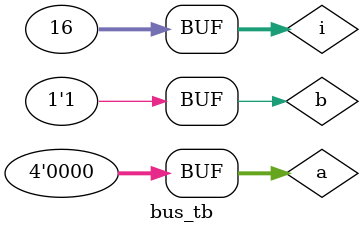
<source format=v>
module bus_tb();
  reg[3:0] a = 0;
  reg b;
  wire[3:0] z;
  bus uut(.a(a),.b(b), .z(z));
  integer i;
  initial begin
	  b = 0;
	  for(i = 0; i < 16; i = i + 1)begin
		  #10; a = a + 1'b1;
	  end
	  b = 1; a = 0;
	  for(i = 0; i < 16; i = i + 1)begin
		  #10; a = a + 1'b1;
	  end
  end
  initial begin
	  $dumpfile("dump.vcd");
	  $dumpvars;
  end
endmodule


</source>
